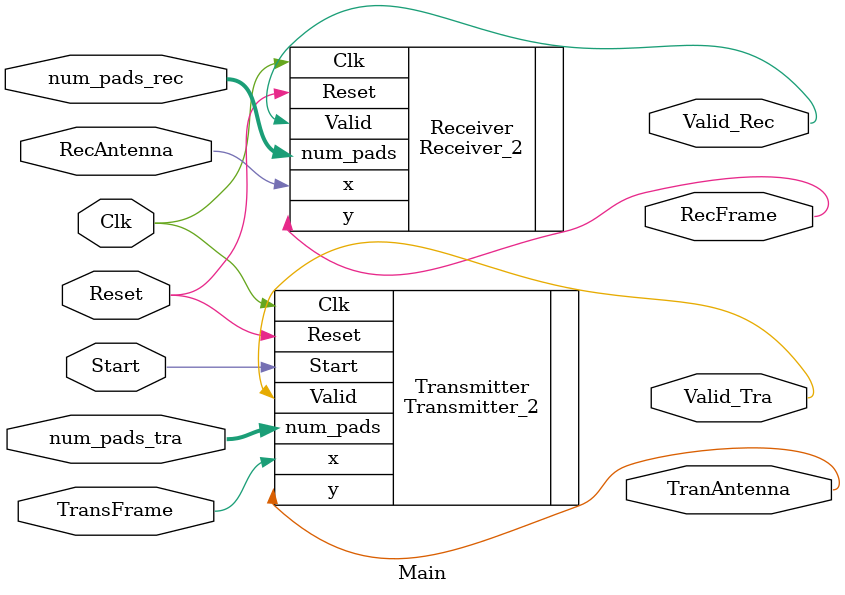
<source format=v>
`timescale 1ns / 1ps
module Main(Clk, Reset, Start, TranAntenna, RecAntenna, TransFrame , RecFrame, Valid_Rec, Valid_Tra, num_pads_rec, num_pads_tra);
	// Inputs and Outputs
	input Clk, Reset;
	input [4:0]num_pads_rec, num_pads_tra; // number of pad bits calculated by cpu.
	input RecAntenna, TransFrame, Start; // Start signal is set for sending a ftame.
	output RecFrame, TranAntenna, Valid_Rec, Valid_Tra;
	
	wire Start;
	wire RecAntenna, TransFrame;
	wire [4:0]num_pads_rec;
	wire [4:0]num_pads_tra;
	wire RecFrame, TranAntenna, Valid_Rec, Valid_Tra;
	
	Receiver_2 Receiver (
    .Clk(Clk), 
    .Reset(Reset), 
    .x(RecAntenna), // Frame wanted to be sent
    .y(RecFrame), // Frame which is ready to be sent with antenna
    .Valid(Valid_Rec), 
    .num_pads(num_pads_rec)
    );
	
	Transmitter_2 Transmitter (
    .Clk(Clk), 
    .Reset(Reset), 
    .Start(Start), 
    .x(TransFrame),  // bits received by antenna
    .y(TranAntenna),  // processed Frame 
    .Valid(Valid_Tra), 
    .num_pads(num_pads_tra)
    );
	 
endmodule

</source>
